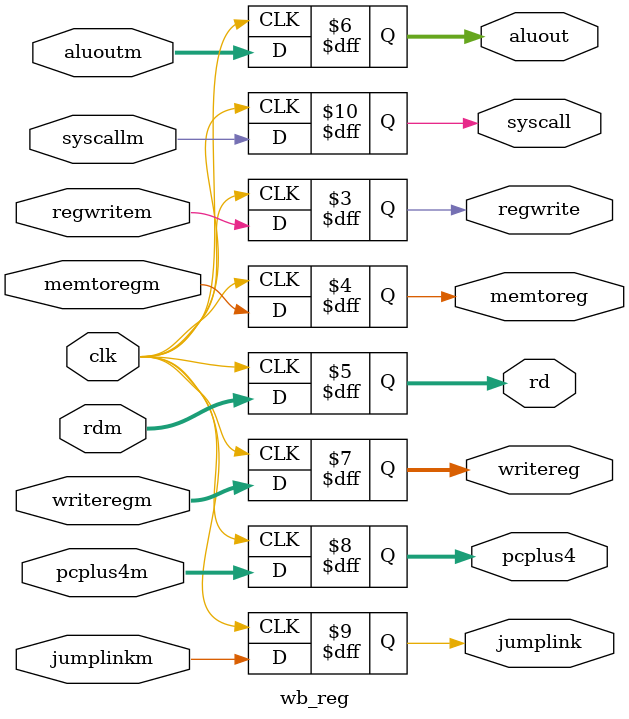
<source format=v>
module wb_reg(
input clk,
input[31:0] rdm,aluoutm,
input regwritem,memtoregm,
input [4:0] writeregm,
input [31:0] pcplus4m,
input jumplinkm,
input syscallm,
output reg regwrite,memtoreg,
output reg [31:0] rd, aluout,
output reg [4:0] writereg,
output reg [31:0] pcplus4,
output reg jumplink,
output reg syscall
);

initial begin
    //$monitor($time,"wb_reg monitor: aluoutM <= %x aluoutw <= %x", aluoutm,aluout);

	aluout <= 0;
	rd <= 0;
	regwrite <= 0;
	memtoreg <= 0;
	writereg <= 0;
	pcplus4 <= 0;
	jumplink <= 0;
	syscall <=0;
end

//Assign:
// assign regwritew <= regwrite;
// assign memtoregw <= memtoreg;
// assign aluoutw <= aluout;
// assign rdw <= rd;
// assign writeregw <= writereg;
// assign pcplus4w <= pcplus4;
// assign jumplinkw <= jumplink;

always @(posedge clk) begin
		$display($time,"posedgewrite wbreg aluoutm <= %x aluout <= %x",aluoutm,aluout);
		 regwrite <= regwritem;
		 memtoreg <= memtoregm;
		 aluout <= aluoutm;
		 rd <= rdm;
		 writereg <= writeregm;
		 pcplus4 <= pcplus4m;
		 jumplink <= jumplinkm;
		 syscall <= syscallm;
	
end

endmodule

</source>
